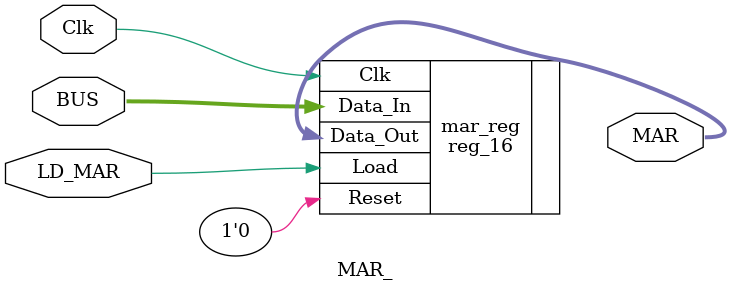
<source format=sv>
module MAR_ (input logic  Clk, LD_MAR,
              input  logic [15:0]  BUS,
              output logic [15:0]  MAR);


reg_16 mar_reg (.Clk(Clk), .Reset(1'b0), .Load(LD_MAR), .Data_In(BUS), .Data_Out(MAR));


endmodule
</source>
